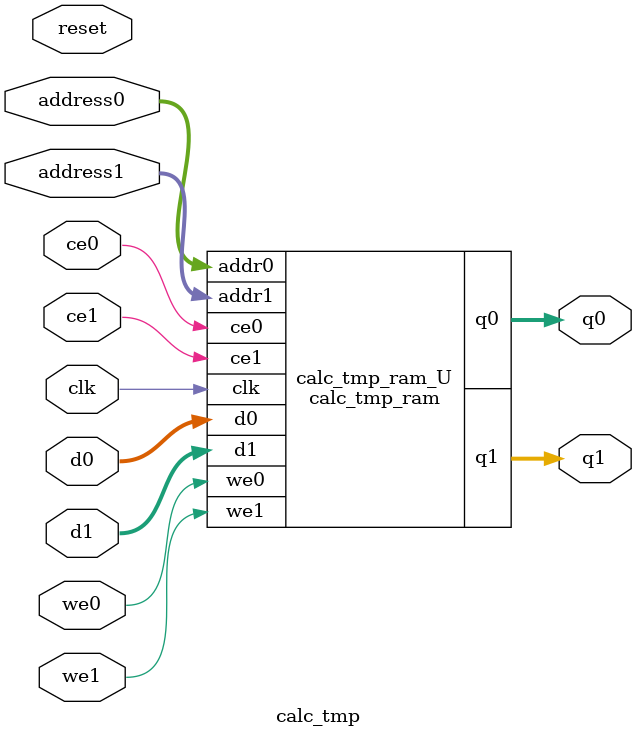
<source format=v>
`timescale 1 ns / 1 ps
module calc_tmp_ram (addr0, ce0, d0, we0, q0, addr1, ce1, d1, we1, q1,  clk);

parameter DWIDTH = 32;
parameter AWIDTH = 6;
parameter MEM_SIZE = 64;

input[AWIDTH-1:0] addr0;
input ce0;
input[DWIDTH-1:0] d0;
input we0;
output reg[DWIDTH-1:0] q0;
input[AWIDTH-1:0] addr1;
input ce1;
input[DWIDTH-1:0] d1;
input we1;
output reg[DWIDTH-1:0] q1;
input clk;

(* ram_style = "block" *)reg [DWIDTH-1:0] ram[0:MEM_SIZE-1];




always @(posedge clk)  
begin 
    if (ce0) 
    begin
        if (we0) 
        begin 
            ram[addr0] <= d0; 
        end 
        q0 <= ram[addr0];
    end
end


always @(posedge clk)  
begin 
    if (ce1) 
    begin
        if (we1) 
        begin 
            ram[addr1] <= d1; 
        end 
        q1 <= ram[addr1];
    end
end


endmodule

`timescale 1 ns / 1 ps
module calc_tmp(
    reset,
    clk,
    address0,
    ce0,
    we0,
    d0,
    q0,
    address1,
    ce1,
    we1,
    d1,
    q1);

parameter DataWidth = 32'd32;
parameter AddressRange = 32'd64;
parameter AddressWidth = 32'd6;
input reset;
input clk;
input[AddressWidth - 1:0] address0;
input ce0;
input we0;
input[DataWidth - 1:0] d0;
output[DataWidth - 1:0] q0;
input[AddressWidth - 1:0] address1;
input ce1;
input we1;
input[DataWidth - 1:0] d1;
output[DataWidth - 1:0] q1;



calc_tmp_ram calc_tmp_ram_U(
    .clk( clk ),
    .addr0( address0 ),
    .ce0( ce0 ),
    .we0( we0 ),
    .d0( d0 ),
    .q0( q0 ),
    .addr1( address1 ),
    .ce1( ce1 ),
    .we1( we1 ),
    .d1( d1 ),
    .q1( q1 ));

endmodule


</source>
